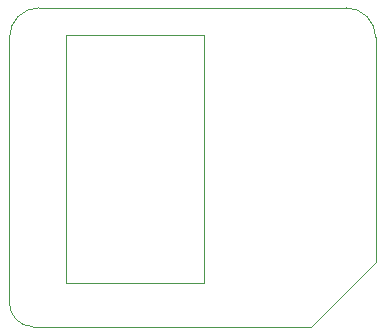
<source format=gbr>
%TF.GenerationSoftware,KiCad,Pcbnew,8.0.1*%
%TF.CreationDate,2024-04-07T04:16:07+01:00*%
%TF.ProjectId,pcb,7063622e-6b69-4636-9164-5f7063625858,rev?*%
%TF.SameCoordinates,Original*%
%TF.FileFunction,Profile,NP*%
%FSLAX46Y46*%
G04 Gerber Fmt 4.6, Leading zero omitted, Abs format (unit mm)*
G04 Created by KiCad (PCBNEW 8.0.1) date 2024-04-07 04:16:07*
%MOMM*%
%LPD*%
G01*
G04 APERTURE LIST*
%TA.AperFunction,Profile*%
%ADD10C,0.050000*%
%TD*%
G04 APERTURE END LIST*
D10*
X38000000Y-23500000D02*
X64000000Y-23500000D01*
X35500000Y-48500000D02*
X35500000Y-26000000D01*
X61000000Y-50500000D02*
X37500000Y-50500000D01*
X66500000Y-45000000D02*
X66500000Y-26000000D01*
X66500000Y-45000000D02*
X61000000Y-50500000D01*
X37500000Y-50500000D02*
G75*
G02*
X35500000Y-48500000I0J2000000D01*
G01*
X64000000Y-23500000D02*
G75*
G02*
X66500000Y-26000000I0J-2500000D01*
G01*
X35500000Y-26000000D02*
G75*
G02*
X38000000Y-23500000I2500000J0D01*
G01*
%TO.C,REF\u002A\u002A*%
X40320000Y-25760000D02*
X51970000Y-25760000D01*
X40320000Y-46810000D02*
X40320000Y-25760000D01*
X40320000Y-46810000D02*
X51970000Y-46810000D01*
X51970000Y-46810000D02*
X51970000Y-25760000D01*
%TD*%
M02*

</source>
